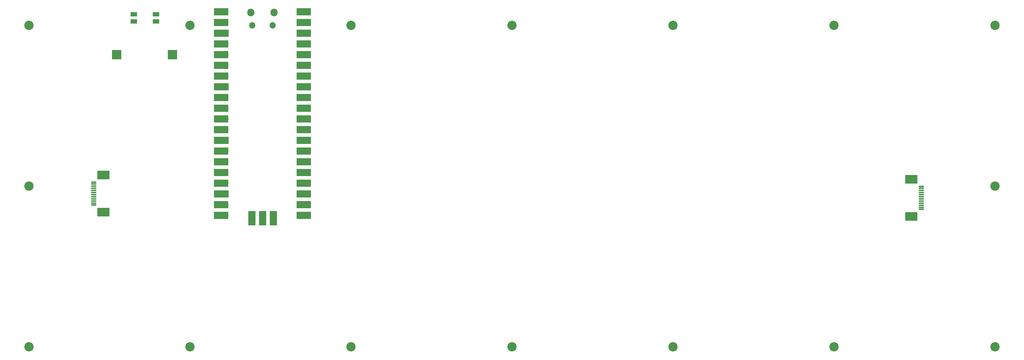
<source format=gbr>
%TF.GenerationSoftware,KiCad,Pcbnew,(5.1.10)-1*%
%TF.CreationDate,2021-09-02T14:39:37-06:00*%
%TF.ProjectId,MCUBottom,4d435542-6f74-4746-9f6d-2e6b69636164,rev?*%
%TF.SameCoordinates,Original*%
%TF.FileFunction,Soldermask,Top*%
%TF.FilePolarity,Negative*%
%FSLAX46Y46*%
G04 Gerber Fmt 4.6, Leading zero omitted, Abs format (unit mm)*
G04 Created by KiCad (PCBNEW (5.1.10)-1) date 2021-09-02 14:39:37*
%MOMM*%
%LPD*%
G01*
G04 APERTURE LIST*
%ADD10R,2.200000X2.200000*%
%ADD11R,1.550000X1.000000*%
%ADD12O,1.700000X1.700000*%
%ADD13R,1.700000X3.500000*%
%ADD14R,1.700000X1.700000*%
%ADD15O,1.500000X1.500000*%
%ADD16O,1.800000X1.800000*%
%ADD17R,3.500000X1.700000*%
%ADD18C,2.200000*%
%ADD19R,3.000000X2.000000*%
%ADD20R,1.300000X0.300000*%
G04 APERTURE END LIST*
D10*
%TO.C,LS1*%
X85340000Y-57150000D03*
X72140000Y-57150000D03*
%TD*%
D11*
%TO.C,SW1*%
X81450000Y-47511600D03*
X76200000Y-47511600D03*
X76200000Y-49211600D03*
X81450000Y-49211600D03*
%TD*%
D12*
%TO.C,U1*%
X109220000Y-95020000D03*
D13*
X109220000Y-95920000D03*
D14*
X106680000Y-95020000D03*
D13*
X106680000Y-95920000D03*
D12*
X104140000Y-95020000D03*
D13*
X104140000Y-95920000D03*
D15*
X109105000Y-50150000D03*
X104255000Y-50150000D03*
D16*
X109405000Y-47120000D03*
X103955000Y-47120000D03*
D17*
X116470000Y-95250000D03*
X116470000Y-92710000D03*
X116470000Y-90170000D03*
X116470000Y-87630000D03*
X116470000Y-85090000D03*
X116470000Y-82550000D03*
X116470000Y-80010000D03*
X116470000Y-77470000D03*
X116470000Y-74930000D03*
X116470000Y-72390000D03*
X116470000Y-69850000D03*
X116470000Y-67310000D03*
X116470000Y-64770000D03*
X116470000Y-62230000D03*
X116470000Y-59690000D03*
X116470000Y-57150000D03*
X116470000Y-54610000D03*
X116470000Y-52070000D03*
X116470000Y-49530000D03*
X116470000Y-46990000D03*
X96890000Y-95250000D03*
X96890000Y-92710000D03*
X96890000Y-90170000D03*
X96890000Y-87630000D03*
X96890000Y-85090000D03*
X96890000Y-82550000D03*
X96890000Y-80010000D03*
X96890000Y-77470000D03*
X96890000Y-74930000D03*
X96890000Y-72390000D03*
X96890000Y-69850000D03*
X96890000Y-67310000D03*
X96890000Y-64770000D03*
X96890000Y-62230000D03*
X96890000Y-59690000D03*
X96890000Y-57150000D03*
X96890000Y-54610000D03*
X96890000Y-52070000D03*
X96890000Y-49530000D03*
X96890000Y-46990000D03*
D12*
X115570000Y-46990000D03*
X115570000Y-49530000D03*
D14*
X115570000Y-52070000D03*
D12*
X115570000Y-54610000D03*
X115570000Y-57150000D03*
X115570000Y-59690000D03*
X115570000Y-62230000D03*
D14*
X115570000Y-64770000D03*
D12*
X115570000Y-67310000D03*
X115570000Y-69850000D03*
X115570000Y-72390000D03*
X115570000Y-74930000D03*
D14*
X115570000Y-77470000D03*
D12*
X115570000Y-80010000D03*
X115570000Y-82550000D03*
X115570000Y-85090000D03*
X115570000Y-87630000D03*
D14*
X115570000Y-90170000D03*
D12*
X115570000Y-92710000D03*
X115570000Y-95250000D03*
X97790000Y-95250000D03*
X97790000Y-92710000D03*
D14*
X97790000Y-90170000D03*
D12*
X97790000Y-87630000D03*
X97790000Y-85090000D03*
X97790000Y-82550000D03*
X97790000Y-80010000D03*
D14*
X97790000Y-77470000D03*
D12*
X97790000Y-74930000D03*
X97790000Y-72390000D03*
X97790000Y-69850000D03*
X97790000Y-67310000D03*
D14*
X97790000Y-64770000D03*
D12*
X97790000Y-62230000D03*
X97790000Y-59690000D03*
X97790000Y-57150000D03*
X97790000Y-54610000D03*
D14*
X97790000Y-52070000D03*
D12*
X97790000Y-49530000D03*
X97790000Y-46990000D03*
%TD*%
D18*
%TO.C,H16*%
X280035000Y-88265000D03*
%TD*%
%TO.C,H15*%
X241935000Y-126365000D03*
%TD*%
%TO.C,H14*%
X165735000Y-126365000D03*
%TD*%
%TO.C,H13*%
X89535000Y-126365000D03*
%TD*%
%TO.C,H12*%
X241935000Y-50165000D03*
%TD*%
%TO.C,H11*%
X165735000Y-50165000D03*
%TD*%
%TO.C,H10*%
X89535000Y-50165000D03*
%TD*%
%TO.C,H9*%
X51435000Y-88265000D03*
%TD*%
D19*
%TO.C,J2*%
X69064000Y-85643000D03*
X69064000Y-94443000D03*
D20*
X66714000Y-92793000D03*
X66714000Y-92293000D03*
X66714000Y-91793000D03*
X66714000Y-91293000D03*
X66714000Y-90793000D03*
X66714000Y-90293000D03*
X66714000Y-89793000D03*
X66714000Y-89293000D03*
X66714000Y-88793000D03*
X66714000Y-88293000D03*
X66714000Y-87793000D03*
X66714000Y-87293000D03*
%TD*%
D19*
%TO.C,J1*%
X260247000Y-95459000D03*
X260247000Y-86659000D03*
D20*
X262597000Y-88309000D03*
X262597000Y-88809000D03*
X262597000Y-89309000D03*
X262597000Y-89809000D03*
X262597000Y-90309000D03*
X262597000Y-90809000D03*
X262597000Y-91309000D03*
X262597000Y-91809000D03*
X262597000Y-92309000D03*
X262597000Y-92809000D03*
X262597000Y-93309000D03*
X262597000Y-93809000D03*
%TD*%
D18*
%TO.C,H8*%
X280035000Y-126365000D03*
%TD*%
%TO.C,H4*%
X203835000Y-126365000D03*
%TD*%
%TO.C,H7*%
X127635000Y-126365000D03*
%TD*%
%TO.C,H3*%
X51435000Y-126365000D03*
%TD*%
%TO.C,H6*%
X280035000Y-50165000D03*
%TD*%
%TO.C,H2*%
X203835000Y-50165000D03*
%TD*%
%TO.C,H5*%
X127635000Y-50165000D03*
%TD*%
%TO.C,H1*%
X51435000Y-50165000D03*
%TD*%
M02*

</source>
